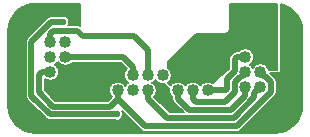
<source format=gbr>
G04 #@! TF.GenerationSoftware,KiCad,Pcbnew,(5.1.4)-1*
G04 #@! TF.CreationDate,2019-12-23T10:57:34-10:00*
G04 #@! TF.ProjectId,SkateLightConnBoard,536b6174-654c-4696-9768-74436f6e6e42,rev?*
G04 #@! TF.SameCoordinates,Original*
G04 #@! TF.FileFunction,Copper,L1,Top*
G04 #@! TF.FilePolarity,Positive*
%FSLAX46Y46*%
G04 Gerber Fmt 4.6, Leading zero omitted, Abs format (unit mm)*
G04 Created by KiCad (PCBNEW (5.1.4)-1) date 2019-12-23 10:57:34*
%MOMM*%
%LPD*%
G04 APERTURE LIST*
%ADD10C,1.016000*%
%ADD11C,0.600000*%
%ADD12C,0.500000*%
%ADD13C,0.152400*%
G04 APERTURE END LIST*
D10*
X4445000Y-2171700D03*
X4445000Y-901700D03*
X3175000Y-2171700D03*
X3175000Y-901700D03*
X1905000Y-2171700D03*
X1905000Y-901700D03*
X635000Y-2171700D03*
X635000Y-901700D03*
X-635000Y-2171700D03*
X-635000Y-901700D03*
X-1905000Y-2171700D03*
X-1905000Y-901700D03*
X-3175000Y-2171700D03*
X-3175000Y-901700D03*
X-4445000Y-2171700D03*
X-4445000Y-901700D03*
X7620000Y1905000D03*
X8890000Y1905000D03*
X7620000Y635000D03*
X8890000Y635000D03*
X7620000Y-635000D03*
X8890000Y-635000D03*
X7620000Y-1905000D03*
X8890000Y-1905000D03*
X-7620000Y-1905000D03*
X-8890000Y-1905000D03*
X-7620000Y-635000D03*
X-8890000Y-635000D03*
X-7620000Y635000D03*
X-8890000Y635000D03*
X-7620000Y1905000D03*
X-8890000Y1905000D03*
D11*
X-6060440Y-5280660D03*
X-9398000Y-5135880D03*
X-11430000Y-3175000D03*
X-11430000Y182880D03*
X-11430000Y3683000D03*
X-2585720Y-5227320D03*
X1369060Y-3721100D03*
X-5842000Y-2032000D03*
X-7807960Y3616960D03*
X-3252761Y-4215421D03*
X8509000Y-5334000D03*
X11430000Y-2667000D03*
X11430000Y508000D03*
X11430000Y3429000D03*
D12*
X-8649831Y-3563011D02*
X-3847891Y-3563011D01*
X-9848001Y-2364841D02*
X-8649831Y-3563011D01*
X-9848001Y-874581D02*
X-9848001Y-2364841D01*
X-3847891Y-3563011D02*
X-3175000Y-2890120D01*
X-9608420Y-635000D02*
X-9848001Y-874581D01*
X-8890000Y-635000D02*
X-9608420Y-635000D01*
X-835389Y-5229731D02*
X-3175000Y-2890120D01*
X-3175000Y-2890120D02*
X-3175000Y-2171700D01*
X6912663Y-5229731D02*
X6123811Y-5229731D01*
X9800401Y-2341993D02*
X6912663Y-5229731D01*
X9800401Y-1468007D02*
X9800401Y-2341993D01*
X9326993Y-994599D02*
X9800401Y-1468007D01*
X9114979Y-994599D02*
X9326993Y-994599D01*
X6123811Y-5229731D02*
X-835389Y-5229731D01*
X8890000Y-769620D02*
X9114979Y-994599D01*
X8890000Y-635000D02*
X8890000Y-769620D01*
X-8890000Y2623420D02*
X-8890000Y1905000D01*
X-635000Y1257300D02*
X-1807790Y2430090D01*
X-1807790Y2430090D02*
X-6160677Y2430090D01*
X-6160677Y2430090D02*
X-6593588Y2863001D01*
X-6593588Y2863001D02*
X-8650419Y2863001D01*
X-635000Y-901700D02*
X-635000Y1257300D01*
X-8650419Y2863001D02*
X-8890000Y2623420D01*
X-7353300Y-901700D02*
X-7620000Y-635000D01*
X-4445000Y-901700D02*
X-7353300Y-901700D01*
X-635000Y-2890120D02*
X-635000Y-2171700D01*
X1004601Y-4529721D02*
X-635000Y-2890120D01*
X8382001Y-2412999D02*
X8890000Y-1905000D01*
X8382001Y-2784065D02*
X8382001Y-2412999D01*
X6636345Y-4529721D02*
X8382001Y-2784065D01*
X5122279Y-4529721D02*
X6636345Y-4529721D01*
X5122279Y-4529721D02*
X1004601Y-4529721D01*
X-8920068Y-4215421D02*
X-3252761Y-4215421D01*
X-10500411Y-2635078D02*
X-8920068Y-4215421D01*
X-10500411Y1935656D02*
X-10500411Y-2635078D01*
X-7807960Y3616960D02*
X-8819107Y3616960D01*
X-8819107Y3616960D02*
X-10500411Y1935656D01*
X1905000Y-2890120D02*
X1905000Y-2171700D01*
X2844591Y-3829711D02*
X1905000Y-2890120D01*
X3175000Y-2890120D02*
X3175000Y-2171700D01*
X3414581Y-3129701D02*
X3175000Y-2890120D01*
X-4952999Y-2679699D02*
X-4445000Y-2171700D01*
X-5136301Y-2863001D02*
X-4952999Y-2679699D01*
X-8079841Y-2863001D02*
X-5136301Y-2863001D01*
X6901580Y635000D02*
X7620000Y635000D01*
X4445000Y-2171700D02*
X5956300Y-2171700D01*
X5956300Y-2171700D02*
X6057189Y-2070811D01*
X6057189Y-1197770D02*
X6709599Y-545361D01*
X6057189Y-2070811D02*
X6057189Y-1197770D01*
X6709599Y-545361D02*
X6709599Y443019D01*
X6709599Y443019D02*
X6901580Y635000D01*
X7620000Y-2623420D02*
X7620000Y-1905000D01*
X6413709Y-3829711D02*
X7620000Y-2623420D01*
X4552289Y-3829711D02*
X6413709Y-3829711D01*
X4552289Y-3829711D02*
X2844591Y-3829711D01*
X6709599Y-2341993D02*
X6709599Y-1468007D01*
X5921891Y-3129701D02*
X6709599Y-2341993D01*
X5506299Y-3129701D02*
X5921891Y-3129701D01*
X5506299Y-3129701D02*
X3414581Y-3129701D01*
X6709599Y-1468007D02*
X7161606Y-1016000D01*
X7239000Y-1016000D02*
X7620000Y-635000D01*
X7161606Y-1016000D02*
X7239000Y-1016000D01*
X-1905000Y-183280D02*
X-1905000Y-901700D01*
X-2723280Y635000D02*
X-1905000Y-183280D01*
X-7620000Y635000D02*
X-2723280Y635000D01*
D13*
G36*
X-6401322Y5141489D02*
G01*
X-6389613Y5137954D01*
X-6378812Y5132211D01*
X-6369329Y5124477D01*
X-6361534Y5115055D01*
X-6355713Y5104289D01*
X-6352097Y5092608D01*
X-6349600Y5068853D01*
X-6349599Y3275264D01*
X-6409550Y3307309D01*
X-6499766Y3334675D01*
X-6570084Y3341601D01*
X-6570092Y3341601D01*
X-6593588Y3343915D01*
X-6617084Y3341601D01*
X-7356206Y3341601D01*
X-7339520Y3366574D01*
X-7299673Y3462773D01*
X-7279360Y3564897D01*
X-7279360Y3669023D01*
X-7299673Y3771147D01*
X-7339520Y3867346D01*
X-7397369Y3953923D01*
X-7470997Y4027551D01*
X-7557574Y4085400D01*
X-7653773Y4125247D01*
X-7755897Y4145560D01*
X-7860023Y4145560D01*
X-7962147Y4125247D01*
X-8033818Y4095560D01*
X-8795611Y4095560D01*
X-8819107Y4097874D01*
X-8842603Y4095560D01*
X-8842611Y4095560D01*
X-8912929Y4088634D01*
X-9003145Y4061268D01*
X-9078815Y4020821D01*
X-9086289Y4016826D01*
X-9140909Y3972001D01*
X-9140913Y3971997D01*
X-9159165Y3957018D01*
X-9174145Y3938765D01*
X-10822211Y2290698D01*
X-10840469Y2275714D01*
X-10900277Y2202838D01*
X-10944719Y2119693D01*
X-10972085Y2029477D01*
X-10979011Y1959159D01*
X-10979011Y1959152D01*
X-10981325Y1935656D01*
X-10979011Y1912160D01*
X-10979010Y-2611572D01*
X-10981325Y-2635078D01*
X-10972085Y-2728899D01*
X-10944718Y-2819116D01*
X-10900277Y-2902259D01*
X-10855452Y-2956879D01*
X-10855447Y-2956884D01*
X-10840468Y-2975136D01*
X-10822216Y-2990115D01*
X-9275106Y-4537226D01*
X-9260126Y-4555479D01*
X-9241874Y-4570458D01*
X-9241870Y-4570462D01*
X-9187250Y-4615287D01*
X-9104107Y-4659729D01*
X-9025748Y-4683498D01*
X-9013890Y-4687095D01*
X-8943572Y-4694021D01*
X-8943564Y-4694021D01*
X-8920068Y-4696335D01*
X-8896572Y-4694021D01*
X-3478619Y-4694021D01*
X-3406948Y-4723708D01*
X-3304824Y-4744021D01*
X-3200698Y-4744021D01*
X-3098574Y-4723708D01*
X-3002375Y-4683861D01*
X-2915798Y-4626012D01*
X-2842170Y-4552384D01*
X-2784321Y-4465807D01*
X-2744474Y-4369608D01*
X-2724161Y-4267484D01*
X-2724161Y-4163358D01*
X-2744474Y-4061234D01*
X-2784321Y-3965035D01*
X-2799210Y-3942753D01*
X-1190427Y-5551536D01*
X-1175447Y-5569789D01*
X-1157195Y-5584768D01*
X-1157191Y-5584772D01*
X-1110607Y-5623002D01*
X-1102571Y-5629597D01*
X-1019427Y-5674039D01*
X-929211Y-5701405D01*
X-858893Y-5708331D01*
X-858885Y-5708331D01*
X-835389Y-5710645D01*
X-811893Y-5708331D01*
X6889167Y-5708331D01*
X6912663Y-5710645D01*
X6936159Y-5708331D01*
X6936167Y-5708331D01*
X7006485Y-5701405D01*
X7096701Y-5674039D01*
X7179845Y-5629597D01*
X7252721Y-5569789D01*
X7267705Y-5551531D01*
X10122201Y-2697035D01*
X10140459Y-2682051D01*
X10200267Y-2609175D01*
X10244709Y-2526031D01*
X10272075Y-2435815D01*
X10279001Y-2365497D01*
X10279001Y-2365487D01*
X10281315Y-2341994D01*
X10279001Y-2318500D01*
X10279001Y-1491502D01*
X10281315Y-1468006D01*
X10279001Y-1444510D01*
X10279001Y-1444503D01*
X10272075Y-1374185D01*
X10244709Y-1283969D01*
X10200267Y-1200825D01*
X10174052Y-1168882D01*
X10155442Y-1146205D01*
X10155438Y-1146201D01*
X10140459Y-1127949D01*
X10122206Y-1112969D01*
X9745836Y-736600D01*
X10414000Y-736600D01*
X10458598Y-732208D01*
X10501481Y-719199D01*
X10541003Y-698074D01*
X10575645Y-669645D01*
X10604074Y-635003D01*
X10625199Y-595481D01*
X10638208Y-552598D01*
X10642600Y-508000D01*
X10642600Y5087467D01*
X11030813Y4970259D01*
X11424599Y4760880D01*
X11770220Y4478999D01*
X12054501Y4135361D01*
X12266626Y3743045D01*
X12398509Y3317003D01*
X12446385Y2861492D01*
X12446401Y2856900D01*
X12446400Y-3480093D01*
X12401662Y-3936363D01*
X12272759Y-4363313D01*
X12063377Y-4757102D01*
X11781497Y-5102722D01*
X11437861Y-5387001D01*
X11045546Y-5599126D01*
X10619498Y-5731009D01*
X10163993Y-5778885D01*
X10159685Y-5778900D01*
X-10147594Y-5778900D01*
X-10603863Y-5734162D01*
X-11030813Y-5605259D01*
X-11424602Y-5395877D01*
X-11770222Y-5113997D01*
X-12054501Y-4770361D01*
X-12266626Y-4378046D01*
X-12398509Y-3951998D01*
X-12446385Y-3496493D01*
X-12446400Y-3492185D01*
X-12446400Y2845094D01*
X-12401662Y3301364D01*
X-12272759Y3728313D01*
X-12063380Y4122099D01*
X-11781499Y4467720D01*
X-11437861Y4752001D01*
X-11045545Y4964126D01*
X-10619503Y5096009D01*
X-10163992Y5143885D01*
X-10159685Y5143900D01*
X-6425908Y5143900D01*
X-6401322Y5141489D01*
X-6401322Y5141489D01*
G37*
X-6401322Y5141489D02*
X-6389613Y5137954D01*
X-6378812Y5132211D01*
X-6369329Y5124477D01*
X-6361534Y5115055D01*
X-6355713Y5104289D01*
X-6352097Y5092608D01*
X-6349600Y5068853D01*
X-6349599Y3275264D01*
X-6409550Y3307309D01*
X-6499766Y3334675D01*
X-6570084Y3341601D01*
X-6570092Y3341601D01*
X-6593588Y3343915D01*
X-6617084Y3341601D01*
X-7356206Y3341601D01*
X-7339520Y3366574D01*
X-7299673Y3462773D01*
X-7279360Y3564897D01*
X-7279360Y3669023D01*
X-7299673Y3771147D01*
X-7339520Y3867346D01*
X-7397369Y3953923D01*
X-7470997Y4027551D01*
X-7557574Y4085400D01*
X-7653773Y4125247D01*
X-7755897Y4145560D01*
X-7860023Y4145560D01*
X-7962147Y4125247D01*
X-8033818Y4095560D01*
X-8795611Y4095560D01*
X-8819107Y4097874D01*
X-8842603Y4095560D01*
X-8842611Y4095560D01*
X-8912929Y4088634D01*
X-9003145Y4061268D01*
X-9078815Y4020821D01*
X-9086289Y4016826D01*
X-9140909Y3972001D01*
X-9140913Y3971997D01*
X-9159165Y3957018D01*
X-9174145Y3938765D01*
X-10822211Y2290698D01*
X-10840469Y2275714D01*
X-10900277Y2202838D01*
X-10944719Y2119693D01*
X-10972085Y2029477D01*
X-10979011Y1959159D01*
X-10979011Y1959152D01*
X-10981325Y1935656D01*
X-10979011Y1912160D01*
X-10979010Y-2611572D01*
X-10981325Y-2635078D01*
X-10972085Y-2728899D01*
X-10944718Y-2819116D01*
X-10900277Y-2902259D01*
X-10855452Y-2956879D01*
X-10855447Y-2956884D01*
X-10840468Y-2975136D01*
X-10822216Y-2990115D01*
X-9275106Y-4537226D01*
X-9260126Y-4555479D01*
X-9241874Y-4570458D01*
X-9241870Y-4570462D01*
X-9187250Y-4615287D01*
X-9104107Y-4659729D01*
X-9025748Y-4683498D01*
X-9013890Y-4687095D01*
X-8943572Y-4694021D01*
X-8943564Y-4694021D01*
X-8920068Y-4696335D01*
X-8896572Y-4694021D01*
X-3478619Y-4694021D01*
X-3406948Y-4723708D01*
X-3304824Y-4744021D01*
X-3200698Y-4744021D01*
X-3098574Y-4723708D01*
X-3002375Y-4683861D01*
X-2915798Y-4626012D01*
X-2842170Y-4552384D01*
X-2784321Y-4465807D01*
X-2744474Y-4369608D01*
X-2724161Y-4267484D01*
X-2724161Y-4163358D01*
X-2744474Y-4061234D01*
X-2784321Y-3965035D01*
X-2799210Y-3942753D01*
X-1190427Y-5551536D01*
X-1175447Y-5569789D01*
X-1157195Y-5584768D01*
X-1157191Y-5584772D01*
X-1110607Y-5623002D01*
X-1102571Y-5629597D01*
X-1019427Y-5674039D01*
X-929211Y-5701405D01*
X-858893Y-5708331D01*
X-858885Y-5708331D01*
X-835389Y-5710645D01*
X-811893Y-5708331D01*
X6889167Y-5708331D01*
X6912663Y-5710645D01*
X6936159Y-5708331D01*
X6936167Y-5708331D01*
X7006485Y-5701405D01*
X7096701Y-5674039D01*
X7179845Y-5629597D01*
X7252721Y-5569789D01*
X7267705Y-5551531D01*
X10122201Y-2697035D01*
X10140459Y-2682051D01*
X10200267Y-2609175D01*
X10244709Y-2526031D01*
X10272075Y-2435815D01*
X10279001Y-2365497D01*
X10279001Y-2365487D01*
X10281315Y-2341994D01*
X10279001Y-2318500D01*
X10279001Y-1491502D01*
X10281315Y-1468006D01*
X10279001Y-1444510D01*
X10279001Y-1444503D01*
X10272075Y-1374185D01*
X10244709Y-1283969D01*
X10200267Y-1200825D01*
X10174052Y-1168882D01*
X10155442Y-1146205D01*
X10155438Y-1146201D01*
X10140459Y-1127949D01*
X10122206Y-1112969D01*
X9745836Y-736600D01*
X10414000Y-736600D01*
X10458598Y-732208D01*
X10501481Y-719199D01*
X10541003Y-698074D01*
X10575645Y-669645D01*
X10604074Y-635003D01*
X10625199Y-595481D01*
X10638208Y-552598D01*
X10642600Y-508000D01*
X10642600Y5087467D01*
X11030813Y4970259D01*
X11424599Y4760880D01*
X11770220Y4478999D01*
X12054501Y4135361D01*
X12266626Y3743045D01*
X12398509Y3317003D01*
X12446385Y2861492D01*
X12446401Y2856900D01*
X12446400Y-3480093D01*
X12401662Y-3936363D01*
X12272759Y-4363313D01*
X12063377Y-4757102D01*
X11781497Y-5102722D01*
X11437861Y-5387001D01*
X11045546Y-5599126D01*
X10619498Y-5731009D01*
X10163993Y-5778885D01*
X10159685Y-5778900D01*
X-10147594Y-5778900D01*
X-10603863Y-5734162D01*
X-11030813Y-5605259D01*
X-11424602Y-5395877D01*
X-11770222Y-5113997D01*
X-12054501Y-4770361D01*
X-12266626Y-4378046D01*
X-12398509Y-3951998D01*
X-12446385Y-3496493D01*
X-12446400Y-3492185D01*
X-12446400Y2845094D01*
X-12401662Y3301364D01*
X-12272759Y3728313D01*
X-12063380Y4122099D01*
X-11781499Y4467720D01*
X-11437861Y4752001D01*
X-11045545Y4964126D01*
X-10619503Y5096009D01*
X-10163992Y5143885D01*
X-10159685Y5143900D01*
X-6425908Y5143900D01*
X-6401322Y5141489D01*
G36*
X62845Y-1371255D02*
G01*
X165445Y-1473855D01*
X286089Y-1554466D01*
X420142Y-1609993D01*
X562451Y-1638300D01*
X707549Y-1638300D01*
X787400Y-1622417D01*
X787400Y-1778000D01*
X791792Y-1822598D01*
X804801Y-1865481D01*
X825926Y-1905003D01*
X854355Y-1939645D01*
X888997Y-1968074D01*
X928519Y-1989199D01*
X971402Y-2002208D01*
X1016000Y-2006600D01*
X1186810Y-2006600D01*
X1168400Y-2099151D01*
X1168400Y-2244249D01*
X1196707Y-2386558D01*
X1252234Y-2520611D01*
X1332845Y-2641255D01*
X1426400Y-2734810D01*
X1426400Y-2866624D01*
X1424086Y-2890120D01*
X1426400Y-2913616D01*
X1426400Y-2913623D01*
X1433326Y-2983941D01*
X1460692Y-3074157D01*
X1505134Y-3157302D01*
X1564942Y-3230178D01*
X1583200Y-3245162D01*
X2389159Y-4051121D01*
X1202844Y-4051121D01*
X-134934Y-2713344D01*
X-62845Y-2641255D01*
X17766Y-2520611D01*
X73293Y-2386558D01*
X101600Y-2244249D01*
X101600Y-2099151D01*
X73293Y-1956842D01*
X17766Y-1822789D01*
X-62845Y-1702145D01*
X-165445Y-1599545D01*
X-259500Y-1536700D01*
X-165445Y-1473855D01*
X-62845Y-1371255D01*
X0Y-1277200D01*
X62845Y-1371255D01*
X62845Y-1371255D01*
G37*
X62845Y-1371255D02*
X165445Y-1473855D01*
X286089Y-1554466D01*
X420142Y-1609993D01*
X562451Y-1638300D01*
X707549Y-1638300D01*
X787400Y-1622417D01*
X787400Y-1778000D01*
X791792Y-1822598D01*
X804801Y-1865481D01*
X825926Y-1905003D01*
X854355Y-1939645D01*
X888997Y-1968074D01*
X928519Y-1989199D01*
X971402Y-2002208D01*
X1016000Y-2006600D01*
X1186810Y-2006600D01*
X1168400Y-2099151D01*
X1168400Y-2244249D01*
X1196707Y-2386558D01*
X1252234Y-2520611D01*
X1332845Y-2641255D01*
X1426400Y-2734810D01*
X1426400Y-2866624D01*
X1424086Y-2890120D01*
X1426400Y-2913616D01*
X1426400Y-2913623D01*
X1433326Y-2983941D01*
X1460692Y-3074157D01*
X1505134Y-3157302D01*
X1564942Y-3230178D01*
X1583200Y-3245162D01*
X2389159Y-4051121D01*
X1202844Y-4051121D01*
X-134934Y-2713344D01*
X-62845Y-2641255D01*
X17766Y-2520611D01*
X73293Y-2386558D01*
X101600Y-2244249D01*
X101600Y-2099151D01*
X73293Y-1956842D01*
X17766Y-1822789D01*
X-62845Y-1702145D01*
X-165445Y-1599545D01*
X-259500Y-1536700D01*
X-165445Y-1473855D01*
X-62845Y-1371255D01*
X0Y-1277200D01*
X62845Y-1371255D01*
G36*
X-8192155Y165445D02*
G01*
X-8089555Y62845D01*
X-7968911Y-17766D01*
X-7834858Y-73293D01*
X-7692549Y-101600D01*
X-7547451Y-101600D01*
X-7405142Y-73293D01*
X-7271089Y-17766D01*
X-7150445Y62845D01*
X-7056890Y156400D01*
X-2921522Y156400D01*
X-2405066Y-360056D01*
X-2477155Y-432145D01*
X-2557766Y-552789D01*
X-2613293Y-686842D01*
X-2641600Y-829151D01*
X-2641600Y-974249D01*
X-2613293Y-1116558D01*
X-2557766Y-1250611D01*
X-2477155Y-1371255D01*
X-2374555Y-1473855D01*
X-2280500Y-1536700D01*
X-2374555Y-1599545D01*
X-2477155Y-1702145D01*
X-2540000Y-1796200D01*
X-2602845Y-1702145D01*
X-2705445Y-1599545D01*
X-2826089Y-1518934D01*
X-2960142Y-1463407D01*
X-3102451Y-1435100D01*
X-3247549Y-1435100D01*
X-3389858Y-1463407D01*
X-3523911Y-1518934D01*
X-3644555Y-1599545D01*
X-3747155Y-1702145D01*
X-3827766Y-1822789D01*
X-3883293Y-1956842D01*
X-3911600Y-2099151D01*
X-3911600Y-2244249D01*
X-3883293Y-2386558D01*
X-3827766Y-2520611D01*
X-3747155Y-2641255D01*
X-3675066Y-2713344D01*
X-4046133Y-3084411D01*
X-8451589Y-3084411D01*
X-9369401Y-2166599D01*
X-9369401Y-1197309D01*
X-9359555Y-1207155D01*
X-9238911Y-1287766D01*
X-9104858Y-1343293D01*
X-8962549Y-1371600D01*
X-8817451Y-1371600D01*
X-8675142Y-1343293D01*
X-8541089Y-1287766D01*
X-8420445Y-1207155D01*
X-8317845Y-1104555D01*
X-8237234Y-983911D01*
X-8181707Y-849858D01*
X-8153400Y-707549D01*
X-8153400Y-562451D01*
X-8181707Y-420142D01*
X-8237234Y-286089D01*
X-8317845Y-165445D01*
X-8420445Y-62845D01*
X-8514500Y0D01*
X-8420445Y62845D01*
X-8317845Y165445D01*
X-8255000Y259500D01*
X-8192155Y165445D01*
X-8192155Y165445D01*
G37*
X-8192155Y165445D02*
X-8089555Y62845D01*
X-7968911Y-17766D01*
X-7834858Y-73293D01*
X-7692549Y-101600D01*
X-7547451Y-101600D01*
X-7405142Y-73293D01*
X-7271089Y-17766D01*
X-7150445Y62845D01*
X-7056890Y156400D01*
X-2921522Y156400D01*
X-2405066Y-360056D01*
X-2477155Y-432145D01*
X-2557766Y-552789D01*
X-2613293Y-686842D01*
X-2641600Y-829151D01*
X-2641600Y-974249D01*
X-2613293Y-1116558D01*
X-2557766Y-1250611D01*
X-2477155Y-1371255D01*
X-2374555Y-1473855D01*
X-2280500Y-1536700D01*
X-2374555Y-1599545D01*
X-2477155Y-1702145D01*
X-2540000Y-1796200D01*
X-2602845Y-1702145D01*
X-2705445Y-1599545D01*
X-2826089Y-1518934D01*
X-2960142Y-1463407D01*
X-3102451Y-1435100D01*
X-3247549Y-1435100D01*
X-3389858Y-1463407D01*
X-3523911Y-1518934D01*
X-3644555Y-1599545D01*
X-3747155Y-1702145D01*
X-3827766Y-1822789D01*
X-3883293Y-1956842D01*
X-3911600Y-2099151D01*
X-3911600Y-2244249D01*
X-3883293Y-2386558D01*
X-3827766Y-2520611D01*
X-3747155Y-2641255D01*
X-3675066Y-2713344D01*
X-4046133Y-3084411D01*
X-8451589Y-3084411D01*
X-9369401Y-2166599D01*
X-9369401Y-1197309D01*
X-9359555Y-1207155D01*
X-9238911Y-1287766D01*
X-9104858Y-1343293D01*
X-8962549Y-1371600D01*
X-8817451Y-1371600D01*
X-8675142Y-1343293D01*
X-8541089Y-1287766D01*
X-8420445Y-1207155D01*
X-8317845Y-1104555D01*
X-8237234Y-983911D01*
X-8181707Y-849858D01*
X-8153400Y-707549D01*
X-8153400Y-562451D01*
X-8181707Y-420142D01*
X-8237234Y-286089D01*
X-8317845Y-165445D01*
X-8420445Y-62845D01*
X-8514500Y0D01*
X-8420445Y62845D01*
X-8317845Y165445D01*
X-8255000Y259500D01*
X-8192155Y165445D01*
G36*
X10337800Y5125250D02*
G01*
X10337800Y-431800D01*
X9600612Y-431800D01*
X9598293Y-420142D01*
X9542766Y-286089D01*
X9462155Y-165445D01*
X9359555Y-62845D01*
X9238911Y17766D01*
X9104858Y73293D01*
X8962549Y101600D01*
X8817451Y101600D01*
X8675142Y73293D01*
X8541089Y17766D01*
X8420445Y-62845D01*
X8317845Y-165445D01*
X8255000Y-259500D01*
X8192155Y-165445D01*
X8089555Y-62845D01*
X7995500Y0D01*
X8089555Y62845D01*
X8192155Y165445D01*
X8272766Y286089D01*
X8328293Y420142D01*
X8356600Y562451D01*
X8356600Y707549D01*
X8328293Y849858D01*
X8272766Y983911D01*
X8192155Y1104555D01*
X8089555Y1207155D01*
X7968911Y1287766D01*
X7834858Y1343293D01*
X7692549Y1371600D01*
X7547451Y1371600D01*
X7405142Y1343293D01*
X7271089Y1287766D01*
X7150445Y1207155D01*
X7056890Y1113600D01*
X6925075Y1113600D01*
X6901579Y1115914D01*
X6878083Y1113600D01*
X6878076Y1113600D01*
X6807758Y1106674D01*
X6717542Y1079308D01*
X6634398Y1034866D01*
X6561522Y975058D01*
X6546538Y956800D01*
X6387794Y798056D01*
X6369542Y783077D01*
X6354563Y764825D01*
X6354558Y764820D01*
X6309733Y710200D01*
X6265292Y627057D01*
X6237925Y536840D01*
X6228685Y443019D01*
X6231000Y419513D01*
X6230999Y-347118D01*
X6146317Y-431800D01*
X6096000Y-431800D01*
X6081134Y-433264D01*
X6066840Y-437600D01*
X6053666Y-444642D01*
X6042118Y-454118D01*
X4903846Y-1592390D01*
X4793911Y-1518934D01*
X4659858Y-1463407D01*
X4517549Y-1435100D01*
X4372451Y-1435100D01*
X4230142Y-1463407D01*
X4096089Y-1518934D01*
X3975445Y-1599545D01*
X3873190Y-1701800D01*
X3746810Y-1701800D01*
X3644555Y-1599545D01*
X3523911Y-1518934D01*
X3389858Y-1463407D01*
X3247549Y-1435100D01*
X3102451Y-1435100D01*
X2960142Y-1463407D01*
X2826089Y-1518934D01*
X2705445Y-1599545D01*
X2603190Y-1701800D01*
X2476810Y-1701800D01*
X2374555Y-1599545D01*
X2253911Y-1518934D01*
X2119858Y-1463407D01*
X1977549Y-1435100D01*
X1832451Y-1435100D01*
X1690142Y-1463407D01*
X1556089Y-1518934D01*
X1435445Y-1599545D01*
X1333190Y-1701800D01*
X1206810Y-1701800D01*
X1104555Y-1599545D01*
X1092200Y-1591290D01*
X1092200Y-1482110D01*
X1104555Y-1473855D01*
X1207155Y-1371255D01*
X1287766Y-1250611D01*
X1343293Y-1116558D01*
X1371600Y-974249D01*
X1371600Y-829151D01*
X1343293Y-686842D01*
X1287766Y-552789D01*
X1207155Y-432145D01*
X1104555Y-329545D01*
X1092200Y-321290D01*
X1092200Y222436D01*
X3473664Y2603900D01*
X5790959Y2603900D01*
X5801778Y2604965D01*
X5803701Y2604952D01*
X5807225Y2605297D01*
X5868850Y2611774D01*
X5891394Y2616402D01*
X5913941Y2620703D01*
X5917331Y2621726D01*
X5976525Y2640049D01*
X5997715Y2648956D01*
X6019030Y2657568D01*
X6022156Y2659230D01*
X6076664Y2688703D01*
X6095729Y2701563D01*
X6114950Y2714141D01*
X6117694Y2716379D01*
X6117697Y2716381D01*
X6117700Y2716384D01*
X6165439Y2755877D01*
X6181639Y2772190D01*
X6198058Y2788269D01*
X6200316Y2790997D01*
X6239478Y2839016D01*
X6252190Y2858148D01*
X6265183Y2877125D01*
X6266867Y2880240D01*
X6295958Y2934951D01*
X6304726Y2956224D01*
X6313772Y2977329D01*
X6314819Y2980712D01*
X6332729Y3040033D01*
X6337193Y3062579D01*
X6341972Y3085061D01*
X6342343Y3088583D01*
X6348390Y3150252D01*
X6348390Y3150255D01*
X6349600Y3162541D01*
X6349600Y5067592D01*
X6352011Y5092178D01*
X6355546Y5103887D01*
X6361289Y5114688D01*
X6369023Y5124171D01*
X6378445Y5131966D01*
X6389211Y5137787D01*
X6400892Y5141403D01*
X6424652Y5143900D01*
X10147594Y5143900D01*
X10337800Y5125250D01*
X10337800Y5125250D01*
G37*
X10337800Y5125250D02*
X10337800Y-431800D01*
X9600612Y-431800D01*
X9598293Y-420142D01*
X9542766Y-286089D01*
X9462155Y-165445D01*
X9359555Y-62845D01*
X9238911Y17766D01*
X9104858Y73293D01*
X8962549Y101600D01*
X8817451Y101600D01*
X8675142Y73293D01*
X8541089Y17766D01*
X8420445Y-62845D01*
X8317845Y-165445D01*
X8255000Y-259500D01*
X8192155Y-165445D01*
X8089555Y-62845D01*
X7995500Y0D01*
X8089555Y62845D01*
X8192155Y165445D01*
X8272766Y286089D01*
X8328293Y420142D01*
X8356600Y562451D01*
X8356600Y707549D01*
X8328293Y849858D01*
X8272766Y983911D01*
X8192155Y1104555D01*
X8089555Y1207155D01*
X7968911Y1287766D01*
X7834858Y1343293D01*
X7692549Y1371600D01*
X7547451Y1371600D01*
X7405142Y1343293D01*
X7271089Y1287766D01*
X7150445Y1207155D01*
X7056890Y1113600D01*
X6925075Y1113600D01*
X6901579Y1115914D01*
X6878083Y1113600D01*
X6878076Y1113600D01*
X6807758Y1106674D01*
X6717542Y1079308D01*
X6634398Y1034866D01*
X6561522Y975058D01*
X6546538Y956800D01*
X6387794Y798056D01*
X6369542Y783077D01*
X6354563Y764825D01*
X6354558Y764820D01*
X6309733Y710200D01*
X6265292Y627057D01*
X6237925Y536840D01*
X6228685Y443019D01*
X6231000Y419513D01*
X6230999Y-347118D01*
X6146317Y-431800D01*
X6096000Y-431800D01*
X6081134Y-433264D01*
X6066840Y-437600D01*
X6053666Y-444642D01*
X6042118Y-454118D01*
X4903846Y-1592390D01*
X4793911Y-1518934D01*
X4659858Y-1463407D01*
X4517549Y-1435100D01*
X4372451Y-1435100D01*
X4230142Y-1463407D01*
X4096089Y-1518934D01*
X3975445Y-1599545D01*
X3873190Y-1701800D01*
X3746810Y-1701800D01*
X3644555Y-1599545D01*
X3523911Y-1518934D01*
X3389858Y-1463407D01*
X3247549Y-1435100D01*
X3102451Y-1435100D01*
X2960142Y-1463407D01*
X2826089Y-1518934D01*
X2705445Y-1599545D01*
X2603190Y-1701800D01*
X2476810Y-1701800D01*
X2374555Y-1599545D01*
X2253911Y-1518934D01*
X2119858Y-1463407D01*
X1977549Y-1435100D01*
X1832451Y-1435100D01*
X1690142Y-1463407D01*
X1556089Y-1518934D01*
X1435445Y-1599545D01*
X1333190Y-1701800D01*
X1206810Y-1701800D01*
X1104555Y-1599545D01*
X1092200Y-1591290D01*
X1092200Y-1482110D01*
X1104555Y-1473855D01*
X1207155Y-1371255D01*
X1287766Y-1250611D01*
X1343293Y-1116558D01*
X1371600Y-974249D01*
X1371600Y-829151D01*
X1343293Y-686842D01*
X1287766Y-552789D01*
X1207155Y-432145D01*
X1104555Y-329545D01*
X1092200Y-321290D01*
X1092200Y222436D01*
X3473664Y2603900D01*
X5790959Y2603900D01*
X5801778Y2604965D01*
X5803701Y2604952D01*
X5807225Y2605297D01*
X5868850Y2611774D01*
X5891394Y2616402D01*
X5913941Y2620703D01*
X5917331Y2621726D01*
X5976525Y2640049D01*
X5997715Y2648956D01*
X6019030Y2657568D01*
X6022156Y2659230D01*
X6076664Y2688703D01*
X6095729Y2701563D01*
X6114950Y2714141D01*
X6117694Y2716379D01*
X6117697Y2716381D01*
X6117700Y2716384D01*
X6165439Y2755877D01*
X6181639Y2772190D01*
X6198058Y2788269D01*
X6200316Y2790997D01*
X6239478Y2839016D01*
X6252190Y2858148D01*
X6265183Y2877125D01*
X6266867Y2880240D01*
X6295958Y2934951D01*
X6304726Y2956224D01*
X6313772Y2977329D01*
X6314819Y2980712D01*
X6332729Y3040033D01*
X6337193Y3062579D01*
X6341972Y3085061D01*
X6342343Y3088583D01*
X6348390Y3150252D01*
X6348390Y3150255D01*
X6349600Y3162541D01*
X6349600Y5067592D01*
X6352011Y5092178D01*
X6355546Y5103887D01*
X6361289Y5114688D01*
X6369023Y5124171D01*
X6378445Y5131966D01*
X6389211Y5137787D01*
X6400892Y5141403D01*
X6424652Y5143900D01*
X10147594Y5143900D01*
X10337800Y5125250D01*
M02*

</source>
